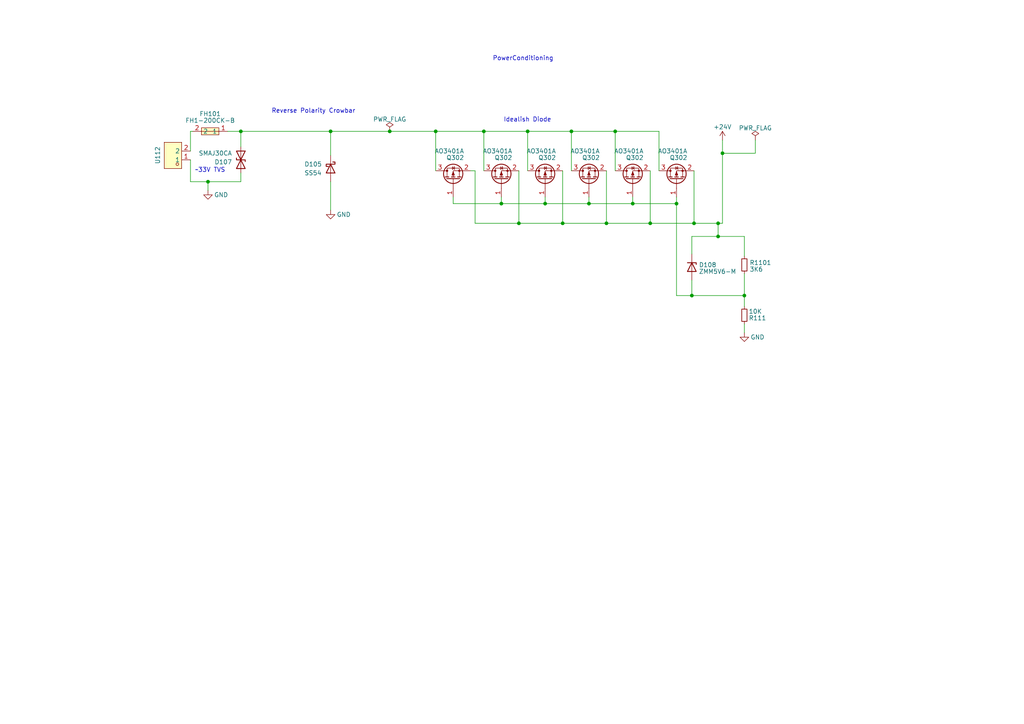
<source format=kicad_sch>
(kicad_sch (version 20230121) (generator eeschema)
  (paper "A4")
  (lib_symbols
    (symbol "Device:R_Small" (pin_numbers hide) (pin_names (offset 0.254) hide)
      (property "Reference" "R" (at 0.762 0.508 0))
      (property "Value" "R_Small" (at 0.762 -1.016 0))
      (symbol "R_Small_0_1"
        (rectangle (start -0.762 1.778) (end 0.762 -1.778) (stroke (width 0.2032)))
      )
      (symbol "R_Small_1_1"
        (pin passive line (at 0 2.54 270) (length 0.762) (name "~") (number "1"))
        (pin passive line (at 0 -2.54 90) (length 0.762) (name "~") (number "2"))
      )
    )
    (symbol "PGD-Library:D_Schottky" (pin_numbers hide) (pin_names (offset 1.016) hide)
      (property "Reference" "D" (at 0 2.54 0))
      (property "Value" "D_Schottky" (at 0 -2.54 0))
      (symbol "D_Schottky_0_1"
        (polyline (pts (xy 1.27 0) (xy -1.27 0)))
        (polyline (pts (xy 1.27 1.27) (xy 1.27 -1.27) (xy -1.27 0) (xy 1.27 1.27)) (stroke (width 0.254)))
        (polyline (pts (xy -1.905 0.635) (xy -1.905 1.27) (xy -1.27 1.27) (xy -1.27 -1.27) (xy -0.635 -1.27) (xy -0.635 -0.635)) (stroke (width 0.254)))
      )
      (symbol "D_Schottky_1_1"
        (pin passive line (at -3.81 0 0) (length 2.54) (name "K") (number "1"))
        (pin passive line (at 3.81 0 180) (length 2.54) (name "A") (number "2"))
      )
    )
    (symbol "PGD-Library:D_TVS" (pin_numbers hide) (pin_names (offset 1.016) hide)
      (property "Reference" "D" (at 0 2.54 0))
      (property "Value" "D_TVS" (at 0 -2.54 0))
      (symbol "D_TVS_0_1"
        (polyline (pts (xy 1.27 0) (xy -1.27 0)))
        (polyline (pts (xy 0.508 1.27) (xy 0 1.27) (xy 0 -1.27) (xy -0.508 -1.27)) (stroke (width 0.254)))
        (polyline (pts (xy -2.54 1.27) (xy -2.54 -1.27) (xy 2.54 1.27) (xy 2.54 -1.27) (xy -2.54 1.27)) (stroke (width 0.254)))
      )
      (symbol "D_TVS_1_1"
        (pin passive line (at -3.81 0 0) (length 2.54) (name "A1") (number "1"))
        (pin passive line (at 3.81 0 180) (length 2.54) (name "A2") (number "2"))
      )
    )
    (symbol "PGD-Library:D_Zener" (pin_numbers hide) (pin_names (offset 1.016) hide)
      (property "Reference" "D" (at 0 2.54 0))
      (property "Value" "D_Zener" (at 0 -2.54 0))
      (symbol "D_Zener_0_1"
        (polyline (pts (xy 1.27 0) (xy -1.27 0)))
        (polyline (pts (xy -1.27 -1.27) (xy -1.27 1.27) (xy -0.762 1.27)) (stroke (width 0.254)))
        (polyline (pts (xy 1.27 -1.27) (xy 1.27 1.27) (xy -1.27 0) (xy 1.27 -1.27)) (stroke (width 0.254)))
      )
      (symbol "D_Zener_1_1"
        (pin passive line (at -3.81 0 0) (length 2.54) (name "K") (number "1"))
        (pin passive line (at 3.81 0 180) (length 2.54) (name "A") (number "2"))
      )
    )
    (symbol "PGD-Library:R_Small" (pin_numbers hide) (pin_names (offset 0.254) hide)
      (property "Reference" "R" (at 0.762 0.508 0))
      (property "Value" "R_Small" (at 0.762 -1.016 0))
      (symbol "R_Small_0_1"
        (rectangle (start -0.762 1.778) (end 0.762 -1.778) (stroke (width 0.2032)))
      )
      (symbol "R_Small_1_1"
        (pin passive line (at 0 2.54 270) (length 0.762) (name "~") (number "1"))
        (pin passive line (at 0 -2.54 90) (length 0.762) (name "~") (number "2"))
      )
    )
    (symbol "Transistor_FET:AO3401A" (pin_names hide)
      (property "Reference" "Q" (at 5.08 1.905 0))
      (property "Value" "AO3401A" (at 5.08 0 0))
      (symbol "AO3401A_0_1"
        (polyline (pts (xy 0.254 0) (xy -2.54 0)))
        (polyline (pts (xy 0.254 1.905) (xy 0.254 -1.905)) (stroke (width 0.254)))
        (polyline (pts (xy 0.762 -1.27) (xy 0.762 -2.286)) (stroke (width 0.254)))
        (polyline (pts (xy 0.762 0.508) (xy 0.762 -0.508)) (stroke (width 0.254)))
        (polyline (pts (xy 0.762 2.286) (xy 0.762 1.27)) (stroke (width 0.254)))
        (polyline (pts (xy 2.54 2.54) (xy 2.54 1.778)))
        (polyline (pts (xy 2.54 -2.54) (xy 2.54 0) (xy 0.762 0)))
        (polyline (pts (xy 0.762 1.778) (xy 3.302 1.778) (xy 3.302 -1.778) (xy 0.762 -1.778)))
        (polyline (pts (xy 2.286 0) (xy 1.27 0.381) (xy 1.27 -0.381) (xy 2.286 0)) (fill (type outline)))
        (polyline (pts (xy 2.794 -0.508) (xy 2.921 -0.381) (xy 3.683 -0.381) (xy 3.81 -0.254)))
        (polyline (pts (xy 3.302 -0.381) (xy 2.921 0.254) (xy 3.683 0.254) (xy 3.302 -0.381)))
        (circle (center 1.651 0) (radius 2.794) (stroke (width 0.254)))
        (circle (center 2.54 -1.778) (radius 0.254) (fill (type outline)))
        (circle (center 2.54 1.778) (radius 0.254) (fill (type outline)))
      )
      (symbol "AO3401A_1_1"
        (pin input line (at -5.08 0 0) (length 2.54) (name "G") (number "1"))
        (pin passive line (at 2.54 -5.08 90) (length 2.54) (name "S") (number "2"))
        (pin passive line (at 2.54 5.08 270) (length 2.54) (name "D") (number "3"))
      )
    )
    (symbol "easyeda2kicad2:FH1-200CK-B"
      (property "Reference" "FH" (at 0 5.08 0))
      (property "Value" "FH1-200CK-B" (at 0 -5.08 0))
      (symbol "FH1-200CK-B_0_1"
        (rectangle (start -2.54 1.02) (end 2.54 -1.02) (fill (type background)))
        (polyline (pts (xy -2.54 0) (xy 2.54 0)))
        (pin unspecified line (at -5.08 0 0) (length 2.54) (name "1") (number "1"))
        (pin unspecified line (at 5.08 0 180) (length 2.54) (name "2") (number "2"))
      )
    )
    (symbol "easyeda2kicad2:MX25C-7.62-BK01-02P-CU-S-A"
      (property "Reference" "U" (at 0 6.35 0))
      (property "Value" "MX25C-7.62-BK01-02P-CU-S-A" (at 0 -6.35 0))
      (symbol "MX25C-7.62-BK01-02P-CU-S-A_0_1"
        (rectangle (start -2.54 3.81) (end 2.54 -3.81) (fill (type background)))
        (circle (center -1.27 2.54) (radius 0.38))
        (pin unspecified line (at -5.08 1.27 0) (length 2.54) (name "1") (number "1"))
        (pin unspecified line (at -5.08 -1.27 0) (length 2.54) (name "2") (number "2"))
      )
    )
    (symbol "power:+24V" (power) (pin_names (offset 0))
      (property "Value" "+24V" (at 0 3.556 0))
      (symbol "+24V_0_1"
        (polyline (pts (xy -0.762 1.27) (xy 0 2.54)))
        (polyline (pts (xy 0 0) (xy 0 2.54)))
        (polyline (pts (xy 0 2.54) (xy 0.762 1.27)))
      )
      (symbol "+24V_1_1"
        (pin power_in line (at 0 0 90) (length 0) hide (name "+24V") (number "1"))
      )
    )
    (symbol "power:GND" (power) (pin_names (offset 0))
      (property "Value" "GND" (at 0 -3.81 0))
      (symbol "GND_0_1"
        (polyline (pts (xy 0 0) (xy 0 -1.27) (xy 1.27 -1.27) (xy 0 -2.54) (xy -1.27 -1.27) (xy 0 -1.27)))
      )
      (symbol "GND_1_1"
        (pin power_in line (at 0 0 270) (length 0) hide (name "GND") (number "1"))
      )
    )
    (symbol "power:PWR_FLAG" (power) (pin_numbers hide) (pin_names (offset 0) hide)
      (property "Value" "PWR_FLAG" (at 0 3.81 0))
      (symbol "PWR_FLAG_0_0"
        (pin power_out line (at 0 0 90) (length 0) (name "pwr") (number "1"))
      )
      (symbol "PWR_FLAG_0_1"
        (polyline (pts (xy 0 0) (xy 0 1.27) (xy -1.016 1.905) (xy 0 2.54) (xy 1.016 1.905) (xy 0 1.27)))
      )
    )
  )
  (junction (at 69.85 38.1))
  (junction (at 209.55 44.45))
  (junction (at 170.815 59.055))
  (junction (at 150.495 64.77))
  (junction (at 175.895 64.77))
  (junction (at 163.195 64.77))
  (junction (at 165.735 38.1))
  (junction (at 208.28 64.77))
  (junction (at 215.9 85.725))
  (junction (at 183.515 59.055))
  (junction (at 113.03 38.1))
  (junction (at 178.435 38.1))
  (junction (at 140.335 38.1))
  (junction (at 188.595 64.77))
  (junction (at 200.66 85.725))
  (junction (at 60.325 52.705))
  (junction (at 196.215 59.055))
  (junction (at 95.885 38.1))
  (junction (at 153.035 38.1))
  (junction (at 126.365 38.1))
  (junction (at 158.115 59.055))
  (junction (at 145.415 59.055))
  (junction (at 208.28 68.58))
  (junction (at 201.295 64.77))
  (wire (pts (xy 131.445 57.15) (xy 131.445 59.055)))
  (wire (pts (xy 60.325 52.705) (xy 69.85 52.705)))
  (wire (pts (xy 170.815 59.055) (xy 183.515 59.055)))
  (wire (pts (xy 69.85 38.1) (xy 69.85 42.545)))
  (wire (pts (xy 165.735 38.1) (xy 165.735 49.53)))
  (wire (pts (xy 140.335 38.1) (xy 153.035 38.1)))
  (wire (pts (xy 200.66 85.725) (xy 215.9 85.725)))
  (wire (pts (xy 69.85 38.1) (xy 95.885 38.1)))
  (wire (pts (xy 145.415 57.15) (xy 145.415 59.055)))
  (wire (pts (xy 196.215 59.055) (xy 196.215 85.725)))
  (wire (pts (xy 209.55 44.45) (xy 209.55 40.64)))
  (wire (pts (xy 188.595 49.53) (xy 188.595 64.77)))
  (wire (pts (xy 55.245 38.1) (xy 55.245 43.815)))
  (wire (pts (xy 163.195 64.77) (xy 175.895 64.77)))
  (wire (pts (xy 188.595 64.77) (xy 201.295 64.77)))
  (wire (pts (xy 215.9 93.98) (xy 215.9 96.52)))
  (wire (pts (xy 113.03 38.1) (xy 126.365 38.1)))
  (wire (pts (xy 150.495 64.77) (xy 163.195 64.77)))
  (wire (pts (xy 209.55 44.45) (xy 219.075 44.45)))
  (wire (pts (xy 201.295 49.53) (xy 201.295 64.77)))
  (wire (pts (xy 208.28 64.77) (xy 208.28 68.58)))
  (wire (pts (xy 158.115 57.15) (xy 158.115 59.055)))
  (wire (pts (xy 201.295 64.77) (xy 208.28 64.77)))
  (wire (pts (xy 208.28 64.77) (xy 209.55 64.77)))
  (wire (pts (xy 219.075 40.64) (xy 219.075 44.45)))
  (wire (pts (xy 209.55 64.77) (xy 209.55 44.45)))
  (wire (pts (xy 137.795 49.53) (xy 137.795 64.77)))
  (wire (pts (xy 215.9 74.295) (xy 215.9 68.58)))
  (wire (pts (xy 178.435 38.1) (xy 178.435 49.53)))
  (wire (pts (xy 126.365 38.1) (xy 140.335 38.1)))
  (wire (pts (xy 175.895 49.53) (xy 175.895 64.77)))
  (wire (pts (xy 55.88 38.1) (xy 55.245 38.1)))
  (wire (pts (xy 208.28 68.58) (xy 215.9 68.58)))
  (wire (pts (xy 170.815 59.055) (xy 158.115 59.055)))
  (wire (pts (xy 69.85 50.165) (xy 69.85 52.705)))
  (wire (pts (xy 196.215 85.725) (xy 200.66 85.725)))
  (wire (pts (xy 215.9 85.725) (xy 215.9 88.9)))
  (wire (pts (xy 191.135 38.1) (xy 191.135 49.53)))
  (wire (pts (xy 215.9 79.375) (xy 215.9 85.725)))
  (wire (pts (xy 165.735 38.1) (xy 178.435 38.1)))
  (wire (pts (xy 55.245 52.705) (xy 60.325 52.705)))
  (wire (pts (xy 95.885 38.1) (xy 113.03 38.1)))
  (wire (pts (xy 200.66 73.66) (xy 200.66 68.58)))
  (wire (pts (xy 145.415 59.055) (xy 158.115 59.055)))
  (wire (pts (xy 95.885 45.085) (xy 95.885 38.1)))
  (wire (pts (xy 200.66 81.28) (xy 200.66 85.725)))
  (wire (pts (xy 140.335 38.1) (xy 140.335 49.53)))
  (wire (pts (xy 66.04 38.1) (xy 69.85 38.1)))
  (wire (pts (xy 163.195 49.53) (xy 163.195 64.77)))
  (wire (pts (xy 196.215 59.055) (xy 183.515 59.055)))
  (wire (pts (xy 200.66 68.58) (xy 208.28 68.58)))
  (wire (pts (xy 131.445 59.055) (xy 145.415 59.055)))
  (wire (pts (xy 126.365 38.1) (xy 126.365 49.53)))
  (wire (pts (xy 153.035 38.1) (xy 165.735 38.1)))
  (wire (pts (xy 178.435 38.1) (xy 191.135 38.1)))
  (wire (pts (xy 95.885 52.705) (xy 95.885 60.96)))
  (wire (pts (xy 150.495 49.53) (xy 150.495 64.77)))
  (wire (pts (xy 55.245 46.355) (xy 55.245 52.705)))
  (wire (pts (xy 170.815 57.15) (xy 170.815 59.055)))
  (wire (pts (xy 196.215 57.15) (xy 196.215 59.055)))
  (wire (pts (xy 175.895 64.77) (xy 188.595 64.77)))
  (wire (pts (xy 183.515 57.15) (xy 183.515 59.055)))
  (wire (pts (xy 137.795 64.77) (xy 150.495 64.77)))
  (wire (pts (xy 60.325 55.245) (xy 60.325 52.705)))
  (wire (pts (xy 153.035 38.1) (xy 153.035 49.53)))
  (wire (pts (xy 137.795 49.53) (xy 136.525 49.53)))
  (text "Reverse Polarity Crowbar" (at 78.74 33.02 0) (effects (font (size 1.27 1.27)) (justify left bottom)))
  (text "~33V TVS" (at 56.515 50.165 0) (effects (font (size 1.27 1.27)) (justify left bottom)))
  (text "PowerConditioning" (at 142.875 17.78 0) (effects (font (size 1.27 1.27)) (justify left bottom)))
  (text "Idealish Diode" (at 146.05 35.56 0) (effects (font (size 1.27 1.27)) (justify left bottom)))
  (symbol (lib_id "power:+24V") (at 209.55 40.64 0) (unit 1)
    (property "Reference" "#PWR0127" (effects hide))
    (property "Value" "+24V" (at 209.55 36.83 0))
    (instances (project "PiraniGaugeDisplay" (path "" (reference "#PWR0127") (unit 1)) (path "" (reference "#PWR01213") (unit 1))) (project "Bincorp_485JoystickControllerV1" (path "" (reference "#PWR0104") (unit 1))) (project "CAN-CalibratedTempProbeV1R1" (path "" (reference "#PWR0106") (unit 1))))
  )
  (symbol (lib_id "easyeda2kicad2:MX25C-7.62-BK01-02P-CU-S-A") (at 50.165 45.085 180) (unit 1)
    (property "Reference" "U112" (at 45.72 47.625 90) (effects (justify right)))
    (property "Value" "MX25C-7.62-BK01-02P-CU-S-A" (effects hide))
    (property "Footprint" "easyeda2kicad2:CONN-TH_2P-P7.62_MAX_MX25C-7.62-BK01-02P-CU-S-A" (effects hide))
    (property "LCSC Part" "C5188509" (effects hide))
    (instances (project "PiraniGaugeDisplay" (path "" (reference "U112") (unit 1)) (path "" (reference "U1203") (unit 1))))
  )
  (symbol (lib_id "power:GND") (at 60.325 55.245 0) (unit 1)
    (property "Reference" "#PWR0126" (effects hide))
    (property "Value" "GND" (at 64.135 56.515 0))
    (instances (project "PiraniGaugeDisplay" (path "" (reference "#PWR0126") (unit 1)) (path "" (reference "#PWR01214") (unit 1))) (project "Bincorp_485JoystickControllerV1" (path "" (reference "#PWR0123") (unit 1))))
  )
  (symbol (lib_id "Transistor_FET:AO3401A") (at 131.445 52.07 90) (unit 1)
    (property "Reference" "Q302" (at 134.62 45.736 90) (effects (justify left)))
    (property "Value" "AO3401A" (at 134.62 43.815 90) (effects (justify left)))
    (property "Footprint" "Package_TO_SOT_SMD:SOT-23" (effects hide))
    (property "Datasheet" "http://www.aosmd.com/pdfs/datasheet/AO3401A.pdf" (effects hide))
    (property "LCSC Part" "C15127" (effects hide))
    (property "JLC Part" "Basic Part" (effects hide))
    (instances (project "EGSV2MainBrd" (path "" (reference "Q302") (unit 1))) (project "PiraniGaugeDisplay" (path "" (reference "Q1101") (unit 1)) (path "" (reference "Q1201") (unit 1)) (path "" (reference "Q101") (unit 1)) (path "" (reference "Q1204") (unit 1))) (project "keychain" (path "" (reference "Q2") (unit 1))))
  )
  (symbol (lib_id "Transistor_FET:AO3401A") (at 183.515 52.07 90) (unit 1)
    (property "Reference" "Q302" (at 186.69 45.736 90) (effects (justify left)))
    (property "Value" "AO3401A" (at 186.69 43.815 90) (effects (justify left)))
    (property "Footprint" "Package_TO_SOT_SMD:SOT-23" (effects hide))
    (property "Datasheet" "http://www.aosmd.com/pdfs/datasheet/AO3401A.pdf" (effects hide))
    (property "LCSC Part" "C15127" (effects hide))
    (property "JLC Part" "Basic Part" (effects hide))
    (instances (project "EGSV2MainBrd" (path "" (reference "Q302") (unit 1))) (project "PiraniGaugeDisplay" (path "" (reference "Q1101") (unit 1)) (path "" (reference "Q1201") (unit 1)) (path "" (reference "Q101") (unit 1)) (path "" (reference "Q1208") (unit 1))) (project "keychain" (path "" (reference "Q2") (unit 1))))
  )
  (symbol (lib_id "PGD-Library:R_Small") (at 215.9 91.44 180) (unit 1)
    (property "Reference" "R111" (at 219.7108 92.2351 0))
    (property "Value" "10K" (at 219.0758 90.3301 0))
    (property "Footprint" "Resistor_SMD:R_0805_2012Metric" (effects hide))
    (property "Datasheet" "https://jlcpcb.com/partdetail/18102-0805W8F1002T5E/C17414" (effects hide))
    (property "LCSC Part" "C17414" (effects hide))
    (property "JLC Part" "Basic Part" (effects hide))
    (instances (project "PiraniGaugeDisplay" (path "" (reference "R111") (unit 1)) (path "" (reference "R1103") (unit 1)) (path "" (reference "R1216") (unit 1)) (path "" (reference "R1218") (unit 1))) (project "Output_6Ch_SoftLimits" (path "" (reference "R201") (unit 1))) (project "Bincorp_485JoystickControllerV1" (path "" (reference "R123") (unit 1))) (project "Output_2ch_FaultTolerant" (path "" (reference "R202") (unit 1)) (path "" (reference "R402") (unit 1)) (path "" (reference "R303") (unit 1)) (path "" (reference "R603") (unit 1)) (path "" (reference "R503") (unit 1))))
  )
  (symbol (lib_id "power:PWR_FLAG") (at 219.075 40.64 0) (unit 1)
    (property "Reference" "#FLG0103" (effects hide))
    (property "Value" "PWR_FLAG" (at 219.075 37.1381 0))
    (instances (project "PiraniGaugeDisplay" (path "" (reference "#FLG0103") (unit 1)) (path "" (reference "#FLG01202") (unit 1))) (project "Bincorp_485JoystickControllerV1" (path "" (reference "#FLG0105") (unit 1))) (project "CAN-CalibratedTempProbeV1R1" (path "" (reference "#FLG0102") (unit 1))))
  )
  (symbol (lib_id "Transistor_FET:AO3401A") (at 196.215 52.07 90) (unit 1)
    (property "Reference" "Q302" (at 199.39 45.736 90) (effects (justify left)))
    (property "Value" "AO3401A" (at 199.39 43.815 90) (effects (justify left)))
    (property "Footprint" "Package_TO_SOT_SMD:SOT-23" (effects hide))
    (property "Datasheet" "http://www.aosmd.com/pdfs/datasheet/AO3401A.pdf" (effects hide))
    (property "LCSC Part" "C15127" (effects hide))
    (property "JLC Part" "Basic Part" (effects hide))
    (instances (project "EGSV2MainBrd" (path "" (reference "Q302") (unit 1))) (project "PiraniGaugeDisplay" (path "" (reference "Q1101") (unit 1)) (path "" (reference "Q1201") (unit 1)) (path "" (reference "Q101") (unit 1)) (path "" (reference "Q1209") (unit 1))) (project "keychain" (path "" (reference "Q2") (unit 1))))
  )
  (symbol (lib_id "power:GND") (at 95.885 60.96 0) (unit 1)
    (property "Reference" "#PWR0126" (effects hide))
    (property "Value" "GND" (at 99.695 62.23 0))
    (instances (project "PiraniGaugeDisplay" (path "" (reference "#PWR0126") (unit 1)) (path "" (reference "#PWR01212") (unit 1))) (project "Bincorp_485JoystickControllerV1" (path "" (reference "#PWR0123") (unit 1))))
  )
  (symbol (lib_id "PGD-Library:D_Zener") (at 200.66 77.47 270) (unit 1)
    (property "Reference" "D108" (at 202.692 76.8263 90) (effects (justify left)))
    (property "Value" "ZMM5V6-M" (at 202.692 78.7473 90) (effects (justify left)))
    (property "Footprint" "Diode_SMD:D_MiniMELF" (effects hide))
    (property "Datasheet" "https://jlcpcb.com/partdetail/st_semtech-ZMM5V6M/C8062" (effects hide))
    (property "LCSC Part" "C8062" (effects hide))
    (property "JLC Part" "Basic Part" (effects hide))
    (instances (project "PiraniGaugeDisplay" (path "" (reference "D108") (unit 1)) (path "" (reference "D1101") (unit 1)) (path "" (reference "D1202") (unit 1)) (path "" (reference "D1203") (unit 1))) (project "Bincorp_485JoystickControllerV1" (path "" (reference "D109") (unit 1))))
  )
  (symbol (lib_id "PGD-Library:D_TVS") (at 69.85 46.355 270) (unit 1)
    (property "Reference" "D107" (at 67.31 46.99 90) (effects (justify right)))
    (property "Value" "SMAJ30CA" (at 67.31 44.45 90) (effects (justify right)))
    (property "Footprint" "Diode_SMD:D_SMA" (effects hide))
    (property "Datasheet" "https://jlcpcb.com/partdetail/Littelfuse-SMAJ30CA/C83322" (effects hide))
    (property "LCSC Part" "C83322" (effects hide))
    (property "JLC Part" "Extended Part" (effects hide))
    (instances (project "PiraniGaugeDisplay" (path "" (reference "D107") (unit 1)) (path "" (reference "D1204") (unit 1))) (project "Bincorp_485JoystickControllerV1" (path "" (reference "D103") (unit 1))) (project "CAN-CalibratedTempProbeV1R1" (path "" (reference "D103") (unit 1))))
  )
  (symbol (lib_id "Transistor_FET:AO3401A") (at 170.815 52.07 90) (unit 1)
    (property "Reference" "Q302" (at 173.99 45.736 90) (effects (justify left)))
    (property "Value" "AO3401A" (at 173.99 43.815 90) (effects (justify left)))
    (property "Footprint" "Package_TO_SOT_SMD:SOT-23" (effects hide))
    (property "Datasheet" "http://www.aosmd.com/pdfs/datasheet/AO3401A.pdf" (effects hide))
    (property "LCSC Part" "C15127" (effects hide))
    (property "JLC Part" "Basic Part" (effects hide))
    (instances (project "EGSV2MainBrd" (path "" (reference "Q302") (unit 1))) (project "PiraniGaugeDisplay" (path "" (reference "Q1101") (unit 1)) (path "" (reference "Q1201") (unit 1)) (path "" (reference "Q101") (unit 1)) (path "" (reference "Q1207") (unit 1))) (project "keychain" (path "" (reference "Q2") (unit 1))))
  )
  (symbol (lib_id "power:GND") (at 215.9 96.52 0) (unit 1)
    (property "Reference" "#PWR0126" (effects hide))
    (property "Value" "GND" (at 219.71 97.79 0))
    (instances (project "PiraniGaugeDisplay" (path "" (reference "#PWR0126") (unit 1)) (path "" (reference "#PWR01211") (unit 1))) (project "Bincorp_485JoystickControllerV1" (path "" (reference "#PWR0123") (unit 1))))
  )
  (symbol (lib_id "Device:R_Small") (at 215.9 76.835 0) (unit 1)
    (property "Reference" "R1101" (at 217.3986 76.1913 0) (effects (justify left)))
    (property "Value" "3K6" (at 217.3986 78.1123 0) (effects (justify left)))
    (property "Footprint" "Resistor_SMD:R_0805_2012Metric" (effects hide))
    (property "Datasheet" "https://www.lcsc.com/product-detail/Chip-Resistor-Surface-Mount_UNI-ROYAL-Uniroyal-Elec-0805W8F3601T5E_C18359.html" (effects hide))
    (property "LCSC Part" "C18359" (effects hide))
    (property "JLC Part" "Basic Part" (effects hide))
    (instances (project "PiraniGaugeDisplay" (path "" (reference "R1101") (unit 1)) (path "" (reference "R1214") (unit 1)) (path "" (reference "R110") (unit 1)) (path "" (reference "R1217") (unit 1))))
  )
  (symbol (lib_id "Transistor_FET:AO3401A") (at 158.115 52.07 90) (unit 1)
    (property "Reference" "Q302" (at 161.29 45.736 90) (effects (justify left)))
    (property "Value" "AO3401A" (at 161.29 43.815 90) (effects (justify left)))
    (property "Footprint" "Package_TO_SOT_SMD:SOT-23" (effects hide))
    (property "Datasheet" "http://www.aosmd.com/pdfs/datasheet/AO3401A.pdf" (effects hide))
    (property "LCSC Part" "C15127" (effects hide))
    (property "JLC Part" "Basic Part" (effects hide))
    (instances (project "EGSV2MainBrd" (path "" (reference "Q302") (unit 1))) (project "PiraniGaugeDisplay" (path "" (reference "Q1101") (unit 1)) (path "" (reference "Q1201") (unit 1)) (path "" (reference "Q101") (unit 1)) (path "" (reference "Q1206") (unit 1))) (project "keychain" (path "" (reference "Q2") (unit 1))))
  )
  (symbol (lib_id "easyeda2kicad2:FH1-200CK-B") (at 60.96 38.1 180) (unit 1)
    (property "Reference" "FH101" (at 60.96 33.02 0))
    (property "Value" "FH1-200CK-B" (at 60.96 34.941 0))
    (property "Footprint" "easyeda2kicad2:FUSE-TH_L24.8-W9.8-P22.60" (effects hide))
    (property "LCSC Part" "C268205" (effects hide))
    (instances (project "PiraniGaugeDisplay" (path "" (reference "FH101") (unit 1)) (path "" (reference "FH1201") (unit 1))))
  )
  (symbol (lib_id "power:PWR_FLAG") (at 113.03 38.1 0) (unit 1)
    (property "Reference" "#FLG0103" (effects hide))
    (property "Value" "PWR_FLAG" (at 113.03 34.5981 0))
    (instances (project "PiraniGaugeDisplay" (path "" (reference "#FLG0103") (unit 1)) (path "" (reference "#FLG01201") (unit 1))) (project "Bincorp_485JoystickControllerV1" (path "" (reference "#FLG0105") (unit 1))) (project "CAN-CalibratedTempProbeV1R1" (path "" (reference "#FLG0102") (unit 1))))
  )
  (symbol (lib_id "PGD-Library:D_Schottky") (at 95.885 48.895 270) (unit 1)
    (property "Reference" "D105" (at 88.265 47.625 90) (effects (justify left)))
    (property "Value" "SS54" (at 88.265 50.165 90) (effects (justify left)))
    (property "Footprint" "Diode_SMD:D_SMA" (effects hide))
    (property "Datasheet" "https://lcsc.com/product-detail/Schottky-Barrier-Diodes-SBD_SS54_C22452.html" (effects hide))
    (property "LCSC Part" "C22452" (effects hide))
    (property "JLC Part" "Basic Part" (effects hide))
    (instances (project "PiraniGaugeDisplay" (path "" (reference "D105") (unit 1)) (path "" (reference "D1205") (unit 1))) (project "Bincorp_485JoystickControllerV1" (path "" (reference "D104") (unit 1))))
  )
  (symbol (lib_id "Transistor_FET:AO3401A") (at 145.415 52.07 90) (unit 1)
    (property "Reference" "Q302" (at 148.59 45.736 90) (effects (justify left)))
    (property "Value" "AO3401A" (at 148.59 43.815 90) (effects (justify left)))
    (property "Footprint" "Package_TO_SOT_SMD:SOT-23" (effects hide))
    (property "Datasheet" "http://www.aosmd.com/pdfs/datasheet/AO3401A.pdf" (effects hide))
    (property "LCSC Part" "C15127" (effects hide))
    (property "JLC Part" "Basic Part" (effects hide))
    (instances (project "EGSV2MainBrd" (path "" (reference "Q302") (unit 1))) (project "PiraniGaugeDisplay" (path "" (reference "Q1101") (unit 1)) (path "" (reference "Q1201") (unit 1)) (path "" (reference "Q101") (unit 1)) (path "" (reference "Q1205") (unit 1))) (project "keychain" (path "" (reference "Q2") (unit 1))))
  )
)
</source>
